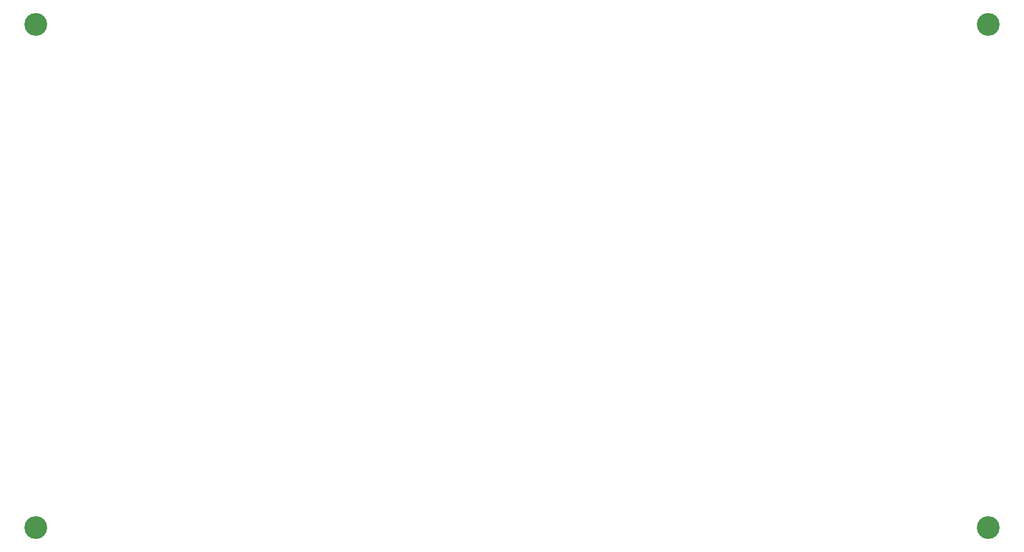
<source format=gbr>
%TF.GenerationSoftware,KiCad,Pcbnew,9.0.3*%
%TF.CreationDate,2025-10-03T08:07:12+02:00*%
%TF.ProjectId,front_pcb,66726f6e-745f-4706-9362-2e6b69636164,rev?*%
%TF.SameCoordinates,Original*%
%TF.FileFunction,Soldermask,Top*%
%TF.FilePolarity,Negative*%
%FSLAX46Y46*%
G04 Gerber Fmt 4.6, Leading zero omitted, Abs format (unit mm)*
G04 Created by KiCad (PCBNEW 9.0.3) date 2025-10-03 08:07:12*
%MOMM*%
%LPD*%
G01*
G04 APERTURE LIST*
%ADD10C,3.400000*%
G04 APERTURE END LIST*
D10*
%TO.C,REF\u002A\u002A*%
X79000000Y-138000000D03*
%TD*%
%TO.C,REF\u002A\u002A*%
X221000000Y-138000000D03*
%TD*%
%TO.C,REF\u002A\u002A*%
X221000000Y-63000000D03*
%TD*%
%TO.C,REF\u002A\u002A*%
X79000000Y-63000000D03*
%TD*%
M02*

</source>
